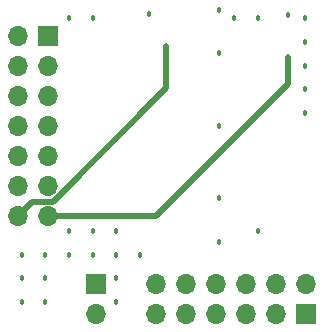
<source format=gbr>
%TF.GenerationSoftware,KiCad,Pcbnew,8.0.4*%
%TF.CreationDate,2024-10-02T17:37:58-07:00*%
%TF.ProjectId,SYZYGY-RGMII-tester,53595a59-4759-42d5-9247-4d49492d7465,rev?*%
%TF.SameCoordinates,Original*%
%TF.FileFunction,Copper,L4,Bot*%
%TF.FilePolarity,Positive*%
%FSLAX46Y46*%
G04 Gerber Fmt 4.6, Leading zero omitted, Abs format (unit mm)*
G04 Created by KiCad (PCBNEW 8.0.4) date 2024-10-02 17:37:58*
%MOMM*%
%LPD*%
G01*
G04 APERTURE LIST*
%TA.AperFunction,ComponentPad*%
%ADD10R,1.700000X1.700000*%
%TD*%
%TA.AperFunction,ComponentPad*%
%ADD11O,1.700000X1.700000*%
%TD*%
%TA.AperFunction,ViaPad*%
%ADD12C,0.457200*%
%TD*%
%TA.AperFunction,Conductor*%
%ADD13C,0.500000*%
%TD*%
G04 APERTURE END LIST*
D10*
%TO.P,J2,1,Pin_1*%
%TO.N,GND*%
X111920000Y-96200000D03*
D11*
%TO.P,J2,2,Pin_2*%
X111920000Y-98740000D03*
%TD*%
D10*
%TO.P,J1,1,Pin_1*%
%TO.N,/TXD3_L*%
X107800000Y-75200000D03*
D11*
%TO.P,J1,2,Pin_2*%
%TO.N,GND*%
X105260000Y-75200000D03*
%TO.P,J1,3,Pin_3*%
%TO.N,/TXD2_L*%
X107800000Y-77740000D03*
%TO.P,J1,4,Pin_4*%
%TO.N,GND*%
X105260000Y-77740000D03*
%TO.P,J1,5,Pin_5*%
%TO.N,/TXD1_L*%
X107800000Y-80280000D03*
%TO.P,J1,6,Pin_6*%
%TO.N,GND*%
X105260000Y-80280000D03*
%TO.P,J1,7,Pin_7*%
%TO.N,/TXD0_L*%
X107800000Y-82820000D03*
%TO.P,J1,8,Pin_8*%
%TO.N,GND*%
X105260000Y-82820000D03*
%TO.P,J1,9,Pin_9*%
%TO.N,/TX_CTL_L*%
X107800000Y-85360000D03*
%TO.P,J1,10,Pin_10*%
%TO.N,GND*%
X105260000Y-85360000D03*
%TO.P,J1,11,Pin_11*%
%TO.N,/TX_CLK_L*%
X107800000Y-87900000D03*
%TO.P,J1,12,Pin_12*%
%TO.N,GND*%
X105260000Y-87900000D03*
%TO.P,J1,13,Pin_13*%
%TO.N,VCC_L*%
X107800000Y-90440000D03*
%TO.P,J1,14,Pin_14*%
%TO.N,VCC_H*%
X105260000Y-90440000D03*
%TD*%
D10*
%TO.P,J4,1,Pin_1*%
%TO.N,GND*%
X129700000Y-98740000D03*
D11*
%TO.P,J4,2,Pin_2*%
%TO.N,/RXD1_L*%
X129700000Y-96200000D03*
%TO.P,J4,3,Pin_3*%
%TO.N,GND*%
X127160000Y-98740000D03*
%TO.P,J4,4,Pin_4*%
%TO.N,/RXD2_L*%
X127160000Y-96200000D03*
%TO.P,J4,5,Pin_5*%
%TO.N,GND*%
X124620000Y-98740000D03*
%TO.P,J4,6,Pin_6*%
%TO.N,/RXD3_L*%
X124620000Y-96200000D03*
%TO.P,J4,7,Pin_7*%
%TO.N,GND*%
X122080000Y-98740000D03*
%TO.P,J4,8,Pin_8*%
%TO.N,/RX_CTL_L*%
X122080000Y-96200000D03*
%TO.P,J4,9,Pin_9*%
%TO.N,GND*%
X119540000Y-98740000D03*
%TO.P,J4,10,Pin_10*%
%TO.N,/RX_CLK_L*%
X119540000Y-96200000D03*
%TO.P,J4,11,Pin_11*%
%TO.N,GND*%
X117000000Y-98740000D03*
%TO.P,J4,12,Pin_12*%
%TO.N,/RXD0_L*%
X117000000Y-96200000D03*
%TD*%
D12*
%TO.N,VCC_H*%
X117800000Y-76045000D03*
%TO.N,GND*%
X113600000Y-95700000D03*
X129600000Y-73700000D03*
X122300000Y-76600000D03*
X111600000Y-93700000D03*
X105600000Y-97700000D03*
X116400000Y-73300000D03*
X122300000Y-92600000D03*
X107600000Y-95700000D03*
X125600000Y-91700000D03*
X123600000Y-73700000D03*
X111600000Y-91700000D03*
X129600000Y-81700000D03*
X109600000Y-91700000D03*
X107600000Y-97700000D03*
X113600000Y-97700000D03*
X128100000Y-73400000D03*
X105600000Y-93700000D03*
X129600000Y-79700000D03*
X109600000Y-93700000D03*
X111600000Y-73700000D03*
X113600000Y-93700000D03*
X109600000Y-73700000D03*
X122300000Y-88900000D03*
X129600000Y-75700000D03*
X105600000Y-95700000D03*
X129600000Y-77700000D03*
X122300000Y-82800000D03*
X113600000Y-91700000D03*
X122300000Y-73000000D03*
X125600000Y-73700000D03*
X115600000Y-93700000D03*
X107600000Y-93700000D03*
%TO.N,VCC_L*%
X128100000Y-77000000D03*
%TD*%
D13*
%TO.N,VCC_H*%
X106487000Y-89213000D02*
X108222241Y-89213000D01*
X108222241Y-89213000D02*
X117800000Y-79635241D01*
X105260000Y-90440000D02*
X106487000Y-89213000D01*
X117800000Y-79635241D02*
X117800000Y-76045000D01*
%TO.N,VCC_L*%
X107800000Y-90440000D02*
X116960000Y-90440000D01*
X116960000Y-90440000D02*
X128100000Y-79300000D01*
X128100000Y-79300000D02*
X128100000Y-77000000D01*
%TD*%
M02*

</source>
